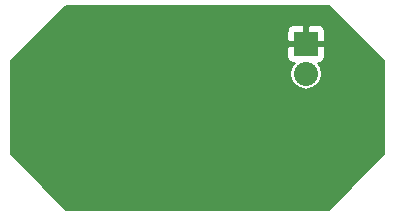
<source format=gbl>
G04 #@! TF.FileFunction,Copper,L2,Bot,Signal*
%FSLAX46Y46*%
G04 Gerber Fmt 4.6, Leading zero omitted, Abs format (unit mm)*
G04 Created by KiCad (PCBNEW 4.0.7-e2-6376~58~ubuntu16.04.1) date Sat May 19 18:02:08 2018*
%MOMM*%
%LPD*%
G01*
G04 APERTURE LIST*
%ADD10C,0.100000*%
%ADD11R,4.064000X1.524000*%
%ADD12R,2.032000X2.032000*%
%ADD13O,2.032000X2.032000*%
%ADD14C,0.700000*%
%ADD15C,0.200000*%
G04 APERTURE END LIST*
D10*
D11*
X2200000Y11770000D03*
X2200000Y6230000D03*
X29800000Y6230000D03*
X29800000Y11770000D03*
D12*
X25200000Y14400000D03*
D13*
X25200000Y11860000D03*
D14*
X27200000Y15400000D03*
X27400000Y14400000D03*
X18000000Y9600000D03*
X19000000Y9600000D03*
X20200000Y9600000D03*
X21200000Y9800000D03*
X22000000Y10400000D03*
X23000000Y10400000D03*
X23400000Y15600000D03*
X22400000Y15600000D03*
X21400000Y15600000D03*
X21400000Y14600000D03*
X20800000Y13600000D03*
X19800000Y13600000D03*
X19800000Y14800000D03*
X19000000Y15400000D03*
X17800000Y15400000D03*
X16600000Y15400000D03*
X15400000Y15400000D03*
X14800000Y14600000D03*
X14800000Y13600000D03*
X13800000Y13600000D03*
X12800000Y13600000D03*
X11600000Y13600000D03*
X11000000Y12600000D03*
X11000000Y11600000D03*
X11800000Y10800000D03*
X12800000Y10800000D03*
X13800000Y10800000D03*
X14800000Y10400000D03*
X14800000Y9400000D03*
X13800000Y9400000D03*
X12800000Y9400000D03*
X12000000Y8800000D03*
X11200000Y8200000D03*
X10400000Y9000000D03*
X9800000Y9800000D03*
X8800000Y10400000D03*
X7800000Y10400000D03*
X6800000Y10400000D03*
X5800000Y10400000D03*
X5400000Y11400000D03*
X13000000Y5599994D03*
X6800000Y7600000D03*
X8000000Y7400000D03*
X8600000Y6600000D03*
X9000000Y5800000D03*
X9800000Y5200000D03*
X11000000Y5000000D03*
X12000000Y5000000D03*
X14000000Y5600000D03*
X15000000Y5600000D03*
X16000000Y5600000D03*
X17000000Y5600000D03*
X18000000Y5800000D03*
X18400000Y6600000D03*
X19400000Y6600000D03*
X20400000Y6600000D03*
X21400000Y6600000D03*
X22400000Y6600000D03*
X23200000Y7200000D03*
X24400000Y7600000D03*
X25400000Y7600000D03*
X21600000Y1000000D03*
X10600006Y1000000D03*
X20600000Y1000000D03*
X19600000Y1000000D03*
X18600000Y1000000D03*
X17600000Y1000000D03*
X16600000Y1000000D03*
X15600000Y1000000D03*
X14600000Y1000000D03*
X13600000Y1000000D03*
X12600000Y1000000D03*
X11600000Y1000000D03*
X5500000Y12500000D03*
X4500000Y13500000D03*
X3000000Y13500000D03*
X5500000Y7500000D03*
X5500000Y6500000D03*
X5500000Y5500000D03*
X4500000Y4500000D03*
X3000000Y4500000D03*
X26500000Y7500000D03*
X26500000Y6500000D03*
X26500000Y5500000D03*
X27500000Y4500000D03*
X29000000Y4500000D03*
X27500000Y13500000D03*
X29000000Y13500000D03*
X1500000Y13500000D03*
X2500000Y14500000D03*
X3500000Y15500000D03*
X4500000Y16500000D03*
X5500000Y17000000D03*
X6500000Y17000000D03*
X7500000Y17000000D03*
X8500000Y17000000D03*
X9500000Y17000000D03*
X10500000Y17000000D03*
X11500000Y17000000D03*
X12500000Y17000000D03*
X13500000Y17000000D03*
X14500000Y17000000D03*
X15500000Y17000000D03*
X16500000Y17000000D03*
X17500000Y17000000D03*
X18500000Y17000000D03*
X19500000Y17000000D03*
X20500000Y17000000D03*
X21500000Y17000000D03*
X22500000Y17000000D03*
X23500000Y17000000D03*
X24500000Y17000000D03*
X25500000Y17000000D03*
X26500000Y17000000D03*
X27500000Y16500000D03*
X28500000Y15500000D03*
X29500000Y14500000D03*
X30500000Y13500000D03*
X30500000Y4500000D03*
X29500000Y3500000D03*
X28500000Y2500000D03*
X27500000Y1500000D03*
X26500000Y1000000D03*
X25500000Y1000000D03*
X24500000Y1000000D03*
X23500000Y1000000D03*
X22500000Y1000000D03*
X9500000Y1000000D03*
X8500000Y1000000D03*
X7500000Y1000000D03*
X6500000Y1000000D03*
X5500000Y1000000D03*
X4500000Y1500000D03*
X3500000Y2500000D03*
X2500000Y3500000D03*
X1500000Y4500000D03*
D15*
X27500000Y13500000D02*
X27500000Y14300000D01*
X27500000Y14300000D02*
X27400000Y14400000D01*
X20200000Y9600000D02*
X19000000Y9600000D01*
X22000000Y10400000D02*
X21800000Y10400000D01*
X21800000Y10400000D02*
X21200000Y9800000D01*
X29800000Y11770000D02*
X27568000Y11770000D01*
X27568000Y11770000D02*
X26198000Y10400000D01*
X26198000Y10400000D02*
X23000000Y10400000D01*
X21400000Y15600000D02*
X22400000Y15600000D01*
X20800000Y13600000D02*
X20800000Y14000000D01*
X20800000Y14000000D02*
X21400000Y14600000D01*
X19800000Y14800000D02*
X19800000Y13600000D01*
X17800000Y15400000D02*
X19000000Y15400000D01*
X15400000Y15400000D02*
X16600000Y15400000D01*
X14800000Y13600000D02*
X14800000Y14600000D01*
X12800000Y13600000D02*
X13800000Y13600000D01*
X11000000Y12600000D02*
X11000000Y13000000D01*
X11000000Y13000000D02*
X11600000Y13600000D01*
X11800000Y10800000D02*
X11000000Y11600000D01*
X13800000Y10800000D02*
X12800000Y10800000D01*
X14800000Y9400000D02*
X14800000Y10400000D01*
X12800000Y9400000D02*
X13800000Y9400000D01*
X11200000Y8200000D02*
X11400000Y8200000D01*
X11400000Y8200000D02*
X12000000Y8800000D01*
X9800000Y9800000D02*
X9800000Y9600000D01*
X9800000Y9600000D02*
X10400000Y9000000D01*
X7800000Y10400000D02*
X8800000Y10400000D01*
X5800000Y10400000D02*
X6800000Y10400000D01*
X5500000Y12500000D02*
X5500000Y11500000D01*
X5500000Y11500000D02*
X5400000Y11400000D01*
X13000006Y5600000D02*
X13000000Y5599994D01*
X13200000Y5600000D02*
X13000006Y5600000D01*
X14000000Y5600000D02*
X13200000Y5600000D01*
X6800000Y7600000D02*
X5600000Y7600000D01*
X5600000Y7600000D02*
X5500000Y7500000D01*
X8600000Y6600000D02*
X8600000Y6800000D01*
X8600000Y6800000D02*
X8000000Y7400000D01*
X9800000Y5200000D02*
X9600000Y5200000D01*
X9600000Y5200000D02*
X9000000Y5800000D01*
X12000000Y5000000D02*
X11000000Y5000000D01*
X16000000Y5600000D02*
X15000000Y5600000D01*
X18000000Y5800000D02*
X17200000Y5800000D01*
X17200000Y5800000D02*
X17000000Y5600000D01*
X19400000Y6600000D02*
X18400000Y6600000D01*
X21400000Y6600000D02*
X20400000Y6600000D01*
X23200000Y7200000D02*
X23000000Y7200000D01*
X23000000Y7200000D02*
X22400000Y6600000D01*
X25400000Y7600000D02*
X24400000Y7600000D01*
X20600000Y1000000D02*
X21600000Y1000000D01*
X10600000Y1000000D02*
X10600006Y1000000D01*
X11600000Y1000000D02*
X10600000Y1000000D01*
X18600000Y1000000D02*
X19600000Y1000000D01*
X16600000Y1000000D02*
X17600000Y1000000D01*
X14600000Y1000000D02*
X15600000Y1000000D01*
X12600000Y1000000D02*
X13600000Y1000000D01*
X3000000Y13500000D02*
X4500000Y13500000D01*
X5500000Y5500000D02*
X5500000Y6500000D01*
X3000000Y4500000D02*
X4500000Y4500000D01*
X26500000Y5500000D02*
X26500000Y6500000D01*
X29000000Y4500000D02*
X27500000Y4500000D01*
X29000000Y13500000D02*
X27500000Y13500000D01*
X2500000Y14500000D02*
X1500000Y13500000D01*
X4500000Y16500000D02*
X3500000Y15500000D01*
X6500000Y17000000D02*
X5500000Y17000000D01*
X8500000Y17000000D02*
X7500000Y17000000D01*
X10500000Y17000000D02*
X9500000Y17000000D01*
X12500000Y17000000D02*
X11500000Y17000000D01*
X14500000Y17000000D02*
X13500000Y17000000D01*
X16500000Y17000000D02*
X15500000Y17000000D01*
X18500000Y17000000D02*
X17500000Y17000000D01*
X20500000Y17000000D02*
X19500000Y17000000D01*
X22500000Y17000000D02*
X21500000Y17000000D01*
X24500000Y17000000D02*
X23500000Y17000000D01*
X26500000Y17000000D02*
X25500000Y17000000D01*
X28500000Y15500000D02*
X27500000Y16500000D01*
X30500000Y13500000D02*
X29500000Y14500000D01*
X28500000Y2500000D02*
X29500000Y3500000D01*
X26500000Y1000000D02*
X27000000Y1000000D01*
X27000000Y1000000D02*
X27500000Y1500000D01*
X24500000Y1000000D02*
X25500000Y1000000D01*
X22500000Y1000000D02*
X23500000Y1000000D01*
X7500000Y1000000D02*
X8500000Y1000000D01*
X5500000Y1000000D02*
X6500000Y1000000D01*
X3500000Y2500000D02*
X4500000Y1500000D01*
X1500000Y4500000D02*
X2500000Y3500000D01*
X2300000Y6230000D02*
X2300000Y5268000D01*
X2300000Y5268000D02*
X1532000Y4500000D01*
G36*
X31825000Y12927512D02*
X31825000Y5072488D01*
X27127512Y375000D01*
X4872488Y375000D01*
X175000Y5072488D01*
X175000Y12927512D01*
X1341488Y14094000D01*
X23576000Y14094000D01*
X23576000Y13263062D01*
X23668562Y13039596D01*
X23839595Y12868563D01*
X24063061Y12776000D01*
X24233941Y12776000D01*
X23958393Y12363611D01*
X23858218Y11860000D01*
X23958393Y11356389D01*
X24243665Y10929447D01*
X24670607Y10644175D01*
X25174218Y10544000D01*
X25225782Y10544000D01*
X25729393Y10644175D01*
X26156335Y10929447D01*
X26441607Y11356389D01*
X26541782Y11860000D01*
X26441607Y12363611D01*
X26166059Y12776000D01*
X26336939Y12776000D01*
X26560405Y12868563D01*
X26731438Y13039596D01*
X26824000Y13263062D01*
X26824000Y14094000D01*
X26672000Y14246000D01*
X25354000Y14246000D01*
X25354000Y14226000D01*
X25046000Y14226000D01*
X25046000Y14246000D01*
X23728000Y14246000D01*
X23576000Y14094000D01*
X1341488Y14094000D01*
X2784426Y15536938D01*
X23576000Y15536938D01*
X23576000Y14706000D01*
X23728000Y14554000D01*
X25046000Y14554000D01*
X25046000Y15872000D01*
X25354000Y15872000D01*
X25354000Y14554000D01*
X26672000Y14554000D01*
X26824000Y14706000D01*
X26824000Y15536938D01*
X26731438Y15760404D01*
X26560405Y15931437D01*
X26336939Y16024000D01*
X25506000Y16024000D01*
X25354000Y15872000D01*
X25046000Y15872000D01*
X24894000Y16024000D01*
X24063061Y16024000D01*
X23839595Y15931437D01*
X23668562Y15760404D01*
X23576000Y15536938D01*
X2784426Y15536938D01*
X4872488Y17625000D01*
X27127512Y17625000D01*
X31825000Y12927512D01*
X31825000Y12927512D01*
G37*
X31825000Y12927512D02*
X31825000Y5072488D01*
X27127512Y375000D01*
X4872488Y375000D01*
X175000Y5072488D01*
X175000Y12927512D01*
X1341488Y14094000D01*
X23576000Y14094000D01*
X23576000Y13263062D01*
X23668562Y13039596D01*
X23839595Y12868563D01*
X24063061Y12776000D01*
X24233941Y12776000D01*
X23958393Y12363611D01*
X23858218Y11860000D01*
X23958393Y11356389D01*
X24243665Y10929447D01*
X24670607Y10644175D01*
X25174218Y10544000D01*
X25225782Y10544000D01*
X25729393Y10644175D01*
X26156335Y10929447D01*
X26441607Y11356389D01*
X26541782Y11860000D01*
X26441607Y12363611D01*
X26166059Y12776000D01*
X26336939Y12776000D01*
X26560405Y12868563D01*
X26731438Y13039596D01*
X26824000Y13263062D01*
X26824000Y14094000D01*
X26672000Y14246000D01*
X25354000Y14246000D01*
X25354000Y14226000D01*
X25046000Y14226000D01*
X25046000Y14246000D01*
X23728000Y14246000D01*
X23576000Y14094000D01*
X1341488Y14094000D01*
X2784426Y15536938D01*
X23576000Y15536938D01*
X23576000Y14706000D01*
X23728000Y14554000D01*
X25046000Y14554000D01*
X25046000Y15872000D01*
X25354000Y15872000D01*
X25354000Y14554000D01*
X26672000Y14554000D01*
X26824000Y14706000D01*
X26824000Y15536938D01*
X26731438Y15760404D01*
X26560405Y15931437D01*
X26336939Y16024000D01*
X25506000Y16024000D01*
X25354000Y15872000D01*
X25046000Y15872000D01*
X24894000Y16024000D01*
X24063061Y16024000D01*
X23839595Y15931437D01*
X23668562Y15760404D01*
X23576000Y15536938D01*
X2784426Y15536938D01*
X4872488Y17625000D01*
X27127512Y17625000D01*
X31825000Y12927512D01*
M02*

</source>
